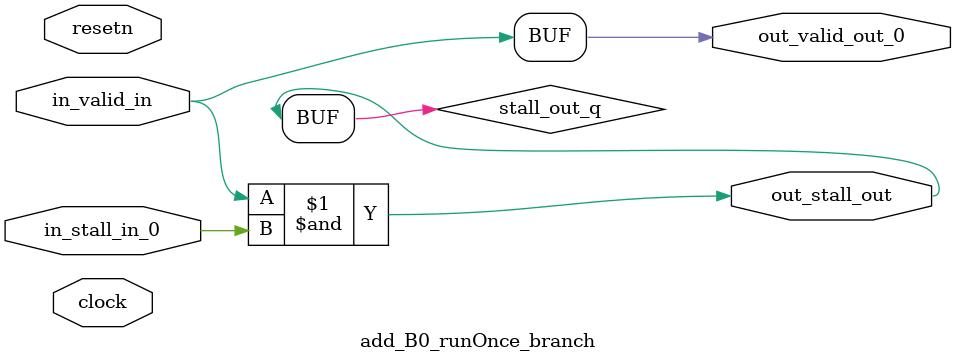
<source format=sv>



(* altera_attribute = "-name AUTO_SHIFT_REGISTER_RECOGNITION OFF; -name MESSAGE_DISABLE 10036; -name MESSAGE_DISABLE 10037; -name MESSAGE_DISABLE 14130; -name MESSAGE_DISABLE 14320; -name MESSAGE_DISABLE 15400; -name MESSAGE_DISABLE 14130; -name MESSAGE_DISABLE 10036; -name MESSAGE_DISABLE 12020; -name MESSAGE_DISABLE 12030; -name MESSAGE_DISABLE 12010; -name MESSAGE_DISABLE 12110; -name MESSAGE_DISABLE 14320; -name MESSAGE_DISABLE 13410; -name MESSAGE_DISABLE 113007; -name MESSAGE_DISABLE 10958" *)
module add_B0_runOnce_branch (
    input wire [0:0] in_stall_in_0,
    input wire [0:0] in_valid_in,
    output wire [0:0] out_stall_out,
    output wire [0:0] out_valid_out_0,
    input wire clock,
    input wire resetn
    );

    wire [0:0] stall_out_q;


    // stall_out(LOGICAL,6)
    assign stall_out_q = in_valid_in & in_stall_in_0;

    // out_stall_out(GPOUT,4)
    assign out_stall_out = stall_out_q;

    // out_valid_out_0(GPOUT,5)
    assign out_valid_out_0 = in_valid_in;

endmodule

</source>
